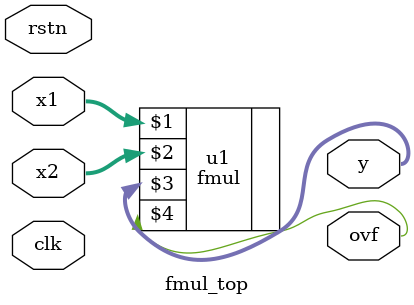
<source format=v>
module fmul_top
   (  input wire [31:0]  x1,
      input wire [31:0]  x2,
      output wire [31:0] y,
      output wire        ovf,
      input wire        clk,
      input wire        rstn);

   fmul u1(x1,x2,y,ovf);

endmodule
</source>
